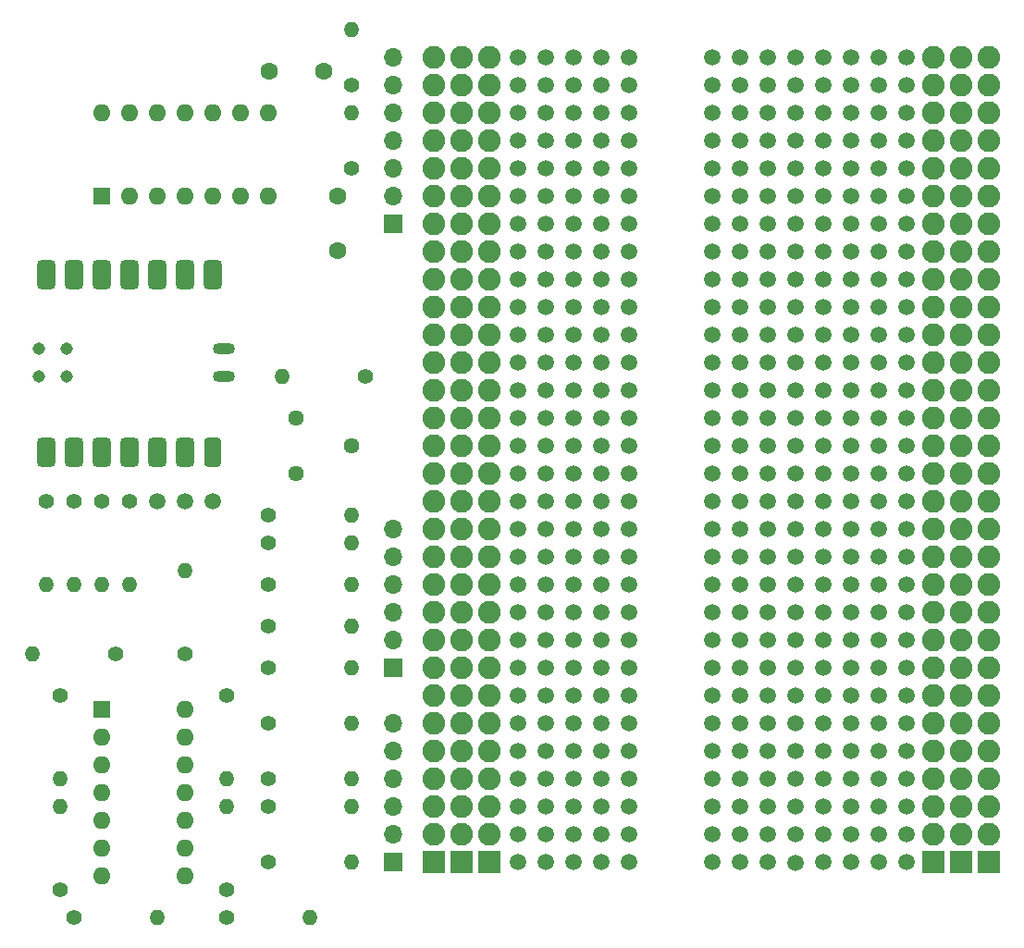
<source format=gbr>
%TF.GenerationSoftware,KiCad,Pcbnew,7.0.7*%
%TF.CreationDate,2024-05-24T10:23:49-04:00*%
%TF.ProjectId,xiao_Breadboard_r1,7869616f-5f42-4726-9561-64626f617264,rev?*%
%TF.SameCoordinates,Original*%
%TF.FileFunction,Soldermask,Top*%
%TF.FilePolarity,Negative*%
%FSLAX46Y46*%
G04 Gerber Fmt 4.6, Leading zero omitted, Abs format (unit mm)*
G04 Created by KiCad (PCBNEW 7.0.7) date 2024-05-24 10:23:49*
%MOMM*%
%LPD*%
G01*
G04 APERTURE LIST*
G04 Aperture macros list*
%AMRoundRect*
0 Rectangle with rounded corners*
0 $1 Rounding radius*
0 $2 $3 $4 $5 $6 $7 $8 $9 X,Y pos of 4 corners*
0 Add a 4 corners polygon primitive as box body*
4,1,4,$2,$3,$4,$5,$6,$7,$8,$9,$2,$3,0*
0 Add four circle primitives for the rounded corners*
1,1,$1+$1,$2,$3*
1,1,$1+$1,$4,$5*
1,1,$1+$1,$6,$7*
1,1,$1+$1,$8,$9*
0 Add four rect primitives between the rounded corners*
20,1,$1+$1,$2,$3,$4,$5,0*
20,1,$1+$1,$4,$5,$6,$7,0*
20,1,$1+$1,$6,$7,$8,$9,0*
20,1,$1+$1,$8,$9,$2,$3,0*%
G04 Aperture macros list end*
%ADD10C,1.500000*%
%ADD11C,1.440000*%
%ADD12C,1.400000*%
%ADD13O,1.400000X1.400000*%
%ADD14RoundRect,0.101600X0.939800X0.939800X-0.939800X0.939800X-0.939800X-0.939800X0.939800X-0.939800X0*%
%ADD15C,2.082800*%
%ADD16R,1.600000X1.600000*%
%ADD17O,1.600000X1.600000*%
%ADD18RoundRect,0.425000X0.425000X-0.925000X0.425000X0.925000X-0.425000X0.925000X-0.425000X-0.925000X0*%
%ADD19RoundRect,0.400000X0.400000X-0.950000X0.400000X0.950000X-0.400000X0.950000X-0.400000X-0.950000X0*%
%ADD20O,2.032000X1.016000*%
%ADD21C,1.143000*%
%ADD22C,1.600000*%
%ADD23R,1.700000X1.700000*%
%ADD24O,1.700000X1.700000*%
G04 APERTURE END LIST*
D10*
%TO.C,TP393*%
X172720000Y-140970000D03*
%TD*%
%TO.C,TP392*%
X175260000Y-140970000D03*
%TD*%
%TO.C,TP391*%
X177800000Y-140970000D03*
%TD*%
%TO.C,TP390*%
X177800000Y-138430000D03*
%TD*%
%TO.C,TP389*%
X175260000Y-138430000D03*
%TD*%
%TO.C,TP388*%
X172720000Y-138430000D03*
%TD*%
%TO.C,TP387*%
X177800000Y-135890000D03*
%TD*%
%TO.C,TP386*%
X175260000Y-135890000D03*
%TD*%
%TO.C,TP385*%
X172720000Y-135890000D03*
%TD*%
%TO.C,TP384*%
X177800000Y-133350000D03*
%TD*%
%TO.C,TP383*%
X175260000Y-133350000D03*
%TD*%
%TO.C,TP382*%
X172720000Y-133350000D03*
%TD*%
%TO.C,TP381*%
X177800000Y-130810000D03*
%TD*%
%TO.C,TP380*%
X175260000Y-130810000D03*
%TD*%
%TO.C,TP379*%
X172720000Y-130810000D03*
%TD*%
%TO.C,TP378*%
X177800000Y-128270000D03*
%TD*%
%TO.C,TP377*%
X175260000Y-128270000D03*
%TD*%
%TO.C,TP376*%
X172720000Y-128270000D03*
%TD*%
%TO.C,TP375*%
X177800000Y-125730000D03*
%TD*%
%TO.C,TP374*%
X175260000Y-125730000D03*
%TD*%
%TO.C,TP373*%
X172720000Y-125730000D03*
%TD*%
%TO.C,TP372*%
X177800000Y-123190000D03*
%TD*%
%TO.C,TP371*%
X175260000Y-123190000D03*
%TD*%
%TO.C,TP370*%
X172720000Y-123190000D03*
%TD*%
%TO.C,TP369*%
X177800000Y-120650000D03*
%TD*%
%TO.C,TP368*%
X175260000Y-120650000D03*
%TD*%
%TO.C,TP367*%
X172720000Y-120650000D03*
%TD*%
%TO.C,TP366*%
X177800000Y-118110000D03*
%TD*%
%TO.C,TP365*%
X175260000Y-118110000D03*
%TD*%
%TO.C,TP364*%
X172720000Y-118110000D03*
%TD*%
%TO.C,TP363*%
X177800000Y-115570000D03*
%TD*%
%TO.C,TP362*%
X175260000Y-115570000D03*
%TD*%
%TO.C,TP361*%
X172720000Y-115570000D03*
%TD*%
%TO.C,TP360*%
X177800000Y-113030000D03*
%TD*%
%TO.C,TP359*%
X175260000Y-113030000D03*
%TD*%
%TO.C,TP358*%
X172720000Y-113030000D03*
%TD*%
%TO.C,TP357*%
X177800000Y-110490000D03*
%TD*%
%TO.C,TP356*%
X175260000Y-110490000D03*
%TD*%
%TO.C,TP355*%
X172720000Y-110490000D03*
%TD*%
%TO.C,TP354*%
X177800000Y-107950000D03*
%TD*%
%TO.C,TP353*%
X175260000Y-107950000D03*
%TD*%
%TO.C,TP352*%
X172720000Y-107950000D03*
%TD*%
%TO.C,TP351*%
X177800000Y-105410000D03*
%TD*%
%TO.C,TP350*%
X175260000Y-105410000D03*
%TD*%
%TO.C,TP349*%
X172720000Y-105410000D03*
%TD*%
%TO.C,TP348*%
X175260000Y-80010000D03*
%TD*%
%TO.C,TP347*%
X177800000Y-80010000D03*
%TD*%
%TO.C,TP346*%
X177800000Y-102870000D03*
%TD*%
%TO.C,TP345*%
X175260000Y-102870000D03*
%TD*%
%TO.C,TP344*%
X172720000Y-102870000D03*
%TD*%
%TO.C,TP343*%
X177800000Y-100330000D03*
%TD*%
%TO.C,TP342*%
X175260000Y-100330000D03*
%TD*%
%TO.C,TP341*%
X172720000Y-100330000D03*
%TD*%
%TO.C,TP340*%
X177800000Y-97790000D03*
%TD*%
%TO.C,TP339*%
X175260000Y-97790000D03*
%TD*%
%TO.C,TP338*%
X172720000Y-97790000D03*
%TD*%
%TO.C,TP337*%
X177800000Y-95250000D03*
%TD*%
%TO.C,TP336*%
X175260000Y-95250000D03*
%TD*%
%TO.C,TP335*%
X172720000Y-95250000D03*
%TD*%
%TO.C,TP334*%
X177800000Y-69850000D03*
%TD*%
%TO.C,TP333*%
X175260000Y-69850000D03*
%TD*%
%TO.C,TP332*%
X177800000Y-92710000D03*
%TD*%
%TO.C,TP331*%
X175260000Y-92710000D03*
%TD*%
%TO.C,TP330*%
X172720000Y-92710000D03*
%TD*%
%TO.C,TP329*%
X177800000Y-90170000D03*
%TD*%
%TO.C,TP328*%
X175260000Y-90170000D03*
%TD*%
%TO.C,TP327*%
X172720000Y-90170000D03*
%TD*%
%TO.C,TP326*%
X177800000Y-87630000D03*
%TD*%
%TO.C,TP325*%
X175260000Y-87630000D03*
%TD*%
%TO.C,TP324*%
X172720000Y-87630000D03*
%TD*%
%TO.C,TP323*%
X177800000Y-85090000D03*
%TD*%
%TO.C,TP322*%
X175260000Y-85090000D03*
%TD*%
%TO.C,TP321*%
X172720000Y-85090000D03*
%TD*%
%TO.C,TP320*%
X177800000Y-82550000D03*
%TD*%
%TO.C,TP319*%
X175260000Y-82550000D03*
%TD*%
%TO.C,TP318*%
X172720000Y-82550000D03*
%TD*%
%TO.C,TP317*%
X172720000Y-80010000D03*
%TD*%
%TO.C,TP316*%
X177800000Y-77470000D03*
%TD*%
%TO.C,TP315*%
X175260000Y-77470000D03*
%TD*%
%TO.C,TP314*%
X172720000Y-77470000D03*
%TD*%
%TO.C,TP313*%
X177800000Y-74930000D03*
%TD*%
%TO.C,TP312*%
X175260000Y-74930000D03*
%TD*%
%TO.C,TP311*%
X172720000Y-74930000D03*
%TD*%
%TO.C,TP310*%
X177800000Y-72390000D03*
%TD*%
%TO.C,TP309*%
X175260000Y-72390000D03*
%TD*%
%TO.C,TP308*%
X172720000Y-72390000D03*
%TD*%
%TO.C,TP307*%
X172720000Y-69850000D03*
%TD*%
%TO.C,TP306*%
X177800000Y-67310000D03*
%TD*%
%TO.C,TP305*%
X175260000Y-67310000D03*
%TD*%
%TO.C,TP304*%
X172720000Y-67310000D03*
%TD*%
%TO.C,TP204*%
X160020000Y-92710000D03*
%TD*%
%TO.C,TP31*%
X147320000Y-80010000D03*
%TD*%
%TO.C,TP53*%
X152400000Y-90170000D03*
%TD*%
%TO.C,TP104*%
X142240000Y-118110000D03*
%TD*%
%TO.C,TP195*%
X162560000Y-87630000D03*
%TD*%
%TO.C,TP93*%
X152400000Y-105410000D03*
%TD*%
%TO.C,TP106*%
X147320000Y-118110000D03*
%TD*%
%TO.C,TP259*%
X160020000Y-120650000D03*
%TD*%
%TO.C,TP152*%
X149860000Y-140970000D03*
%TD*%
%TO.C,TP27*%
X149860000Y-77470000D03*
%TD*%
D11*
%TO.C,RV1*%
X121920000Y-105410000D03*
X127000000Y-102870000D03*
X121920000Y-100330000D03*
%TD*%
D10*
%TO.C,TP214*%
X160020000Y-97790000D03*
%TD*%
%TO.C,TP276*%
X165100000Y-128270000D03*
%TD*%
%TO.C,TP130*%
X144780000Y-133350000D03*
%TD*%
%TO.C,TP52*%
X149860000Y-90170000D03*
%TD*%
%TO.C,TP279*%
X160020000Y-130810000D03*
%TD*%
%TO.C,TP12*%
X149860000Y-69850000D03*
%TD*%
%TO.C,TP236*%
X165100000Y-107950000D03*
%TD*%
%TO.C,TP292*%
X167640000Y-135890000D03*
%TD*%
%TO.C,TP47*%
X149860000Y-87630000D03*
%TD*%
%TO.C,TP123*%
X152400000Y-125730000D03*
%TD*%
%TO.C,TP240*%
X162560000Y-110490000D03*
%TD*%
%TO.C,TP61*%
X147320000Y-95250000D03*
%TD*%
%TO.C,TP145*%
X144780000Y-138430000D03*
%TD*%
%TO.C,TP58*%
X152400000Y-92710000D03*
%TD*%
%TO.C,TP175*%
X162560000Y-77470000D03*
%TD*%
%TO.C,TP264*%
X167640000Y-123190000D03*
%TD*%
%TO.C,TP54*%
X142240000Y-92710000D03*
%TD*%
%TO.C,TP246*%
X165100000Y-113030000D03*
%TD*%
%TO.C,TP261*%
X165100000Y-120650000D03*
%TD*%
%TO.C,TP44*%
X142240000Y-87630000D03*
%TD*%
%TO.C,TP86*%
X147320000Y-107950000D03*
%TD*%
%TO.C,TP111*%
X147320000Y-120650000D03*
%TD*%
%TO.C,TP129*%
X142240000Y-133350000D03*
%TD*%
%TO.C,TP97*%
X149860000Y-113030000D03*
%TD*%
%TO.C,TP80*%
X149860000Y-110490000D03*
%TD*%
%TO.C,TP281*%
X165100000Y-130810000D03*
%TD*%
%TO.C,TP65*%
X144780000Y-97790000D03*
%TD*%
%TO.C,TP174*%
X160020000Y-77470000D03*
%TD*%
%TO.C,TP45*%
X144780000Y-87630000D03*
%TD*%
%TO.C,TP199*%
X160020000Y-90170000D03*
%TD*%
%TO.C,TP134*%
X142240000Y-135890000D03*
%TD*%
%TO.C,TP62*%
X149860000Y-95250000D03*
%TD*%
D12*
%TO.C,R21*%
X104140000Y-107950000D03*
D13*
X104140000Y-115570000D03*
%TD*%
D10*
%TO.C,TP159*%
X160020000Y-69850000D03*
%TD*%
%TO.C,TP158*%
X170180000Y-67310000D03*
%TD*%
%TO.C,TP202*%
X167640000Y-90170000D03*
%TD*%
%TO.C,TP283*%
X170180000Y-130810000D03*
%TD*%
%TO.C,TP209*%
X160020000Y-95250000D03*
%TD*%
%TO.C,TP238*%
X160020000Y-107950000D03*
%TD*%
%TO.C,TP256*%
X165100000Y-118110000D03*
%TD*%
%TO.C,TP293*%
X170180000Y-135890000D03*
%TD*%
%TO.C,TP116*%
X147320000Y-123190000D03*
%TD*%
%TO.C,TP228*%
X170180000Y-102870000D03*
%TD*%
%TO.C,TP81*%
X147320000Y-110490000D03*
%TD*%
D14*
%TO.C,JP8*%
X185331100Y-140970000D03*
D15*
X185331100Y-138430000D03*
X185331100Y-135890000D03*
X185331100Y-133350000D03*
X185331100Y-130810000D03*
X185331100Y-128270000D03*
X185331100Y-125730000D03*
X185331100Y-123190000D03*
X185331100Y-120650000D03*
X185331100Y-118110000D03*
X185331100Y-115570000D03*
X185331100Y-113030000D03*
X185331100Y-110490000D03*
X185331100Y-107950000D03*
X185331100Y-105410000D03*
X185331100Y-102870000D03*
X185331100Y-100330000D03*
X185331100Y-97790000D03*
X185331100Y-95250000D03*
X185331100Y-92710000D03*
X185331100Y-90170000D03*
X185331100Y-87630000D03*
X185331100Y-85090000D03*
X185331100Y-82550000D03*
X185331100Y-80010000D03*
X185331100Y-77470000D03*
X185331100Y-74930000D03*
X185331100Y-72390000D03*
X185331100Y-69850000D03*
X185331100Y-67310000D03*
%TD*%
D10*
%TO.C,TP118*%
X152400000Y-123190000D03*
%TD*%
D16*
%TO.C,U1*%
X104140000Y-127000000D03*
D17*
X104140000Y-129540000D03*
X104140000Y-132080000D03*
X104140000Y-134620000D03*
X104140000Y-137160000D03*
X104140000Y-139700000D03*
X104140000Y-142240000D03*
X111760000Y-142240000D03*
X111760000Y-139700000D03*
X111760000Y-137160000D03*
X111760000Y-134620000D03*
X111760000Y-132080000D03*
X111760000Y-129540000D03*
X111760000Y-127000000D03*
%TD*%
D10*
%TO.C,TP84*%
X142240000Y-107950000D03*
%TD*%
%TO.C,TP288*%
X170180000Y-133350000D03*
%TD*%
%TO.C,TP249*%
X160020000Y-115570000D03*
%TD*%
%TO.C,TP272*%
X167640000Y-125730000D03*
%TD*%
%TO.C,TP99*%
X142240000Y-115570000D03*
%TD*%
%TO.C,TP192*%
X167640000Y-85090000D03*
%TD*%
%TO.C,TP22*%
X149860000Y-74930000D03*
%TD*%
%TO.C,TP75*%
X144780000Y-102870000D03*
%TD*%
%TO.C,TP168*%
X170180000Y-72390000D03*
%TD*%
%TO.C,TP198*%
X170180000Y-87630000D03*
%TD*%
%TO.C,TP155*%
X162560000Y-67310000D03*
%TD*%
D18*
%TO.C,U3*%
X99060000Y-103448803D03*
X101600000Y-103448803D03*
X104140000Y-103448803D03*
X106680000Y-103448803D03*
X109220000Y-103448803D03*
X111760000Y-103448803D03*
D19*
X114300000Y-103448803D03*
D18*
X114300000Y-87208803D03*
X111760000Y-87208803D03*
X109220000Y-87208803D03*
X106680000Y-87208803D03*
X104140000Y-87208803D03*
X101600000Y-87208803D03*
X99060000Y-87208803D03*
D20*
X115377820Y-96518803D03*
X115377820Y-93968803D03*
D21*
X98373633Y-96520000D03*
X98373633Y-93980000D03*
X100913633Y-96520000D03*
X100913633Y-93980000D03*
%TD*%
D10*
%TO.C,TP30*%
X144780000Y-80010000D03*
%TD*%
%TO.C,TP215*%
X162560000Y-97790000D03*
%TD*%
%TO.C,TP242*%
X167640000Y-110490000D03*
%TD*%
%TO.C,TP49*%
X142240000Y-90170000D03*
%TD*%
%TO.C,TP82*%
X144780000Y-110490000D03*
%TD*%
D12*
%TO.C,R7*%
X119380000Y-128270000D03*
D13*
X127000000Y-128270000D03*
%TD*%
D10*
%TO.C,TP162*%
X167640000Y-69850000D03*
%TD*%
D22*
%TO.C,C2*%
X125730000Y-80010000D03*
X125730000Y-85010000D03*
%TD*%
D10*
%TO.C,TP26*%
X147320000Y-77470000D03*
%TD*%
%TO.C,TP88*%
X152400000Y-107950000D03*
%TD*%
%TO.C,TP5*%
X144780000Y-67310000D03*
%TD*%
%TO.C,TP18*%
X152400000Y-72390000D03*
%TD*%
%TO.C,TP36*%
X147320000Y-82550000D03*
%TD*%
%TO.C,TP171*%
X165100000Y-74930000D03*
%TD*%
%TO.C,TP76*%
X147320000Y-102870000D03*
%TD*%
%TO.C,TP156*%
X165100000Y-67310000D03*
%TD*%
%TO.C,TP252*%
X167640000Y-115570000D03*
%TD*%
%TO.C,TP185*%
X162560000Y-82550000D03*
%TD*%
%TO.C,TP234*%
X170180000Y-107950000D03*
%TD*%
%TO.C,TP229*%
X160020000Y-105399600D03*
%TD*%
%TO.C,TP184*%
X160020000Y-82550000D03*
%TD*%
%TO.C,TP1*%
X109220000Y-107950000D03*
%TD*%
D14*
%TO.C,JP5*%
X137071100Y-140970000D03*
D15*
X137071100Y-138430000D03*
X137071100Y-135890000D03*
X137071100Y-133350000D03*
X137071100Y-130810000D03*
X137071100Y-128270000D03*
X137071100Y-125730000D03*
X137071100Y-123190000D03*
X137071100Y-120650000D03*
X137071100Y-118110000D03*
X137071100Y-115570000D03*
X137071100Y-113030000D03*
X137071100Y-110490000D03*
X137071100Y-107950000D03*
X137071100Y-105410000D03*
X137071100Y-102870000D03*
X137071100Y-100330000D03*
X137071100Y-97790000D03*
X137071100Y-95250000D03*
X137071100Y-92710000D03*
X137071100Y-90170000D03*
X137071100Y-87630000D03*
X137071100Y-85090000D03*
X137071100Y-82550000D03*
X137071100Y-80010000D03*
X137071100Y-77470000D03*
X137071100Y-74930000D03*
X137071100Y-72390000D03*
X137071100Y-69850000D03*
X137071100Y-67310000D03*
%TD*%
D10*
%TO.C,TP183*%
X170180000Y-80010000D03*
%TD*%
%TO.C,TP7*%
X149860000Y-67310000D03*
%TD*%
%TO.C,TP39*%
X142240000Y-85090000D03*
%TD*%
%TO.C,TP278*%
X170180000Y-128270000D03*
%TD*%
%TO.C,TP262*%
X167640000Y-120650000D03*
%TD*%
%TO.C,TP42*%
X149860000Y-85090000D03*
%TD*%
%TO.C,TP91*%
X147320000Y-105410000D03*
%TD*%
%TO.C,TP220*%
X162560000Y-100330000D03*
%TD*%
D23*
%TO.C,J4*%
X130810000Y-82550000D03*
D24*
X130810000Y-80010000D03*
X130810000Y-77470000D03*
X130810000Y-74930000D03*
X130810000Y-72390000D03*
X130810000Y-69850000D03*
X130810000Y-67310000D03*
%TD*%
D10*
%TO.C,TP133*%
X152400000Y-133350000D03*
%TD*%
%TO.C,TP251*%
X165100000Y-115570000D03*
%TD*%
D22*
%TO.C,C1*%
X124460000Y-68580000D03*
X119460000Y-68580000D03*
%TD*%
D10*
%TO.C,TP188*%
X170180000Y-82550000D03*
%TD*%
%TO.C,TP143*%
X152400000Y-130810000D03*
%TD*%
%TO.C,TP224*%
X160020000Y-102870000D03*
%TD*%
D12*
%TO.C,R15*%
X119380000Y-140970000D03*
D13*
X127000000Y-140970000D03*
%TD*%
D10*
%TO.C,TP161*%
X165100000Y-69850000D03*
%TD*%
%TO.C,TP16*%
X144780000Y-72390000D03*
%TD*%
%TO.C,TP67*%
X149860000Y-97790000D03*
%TD*%
D16*
%TO.C,U2*%
X104140000Y-80010000D03*
D17*
X106680000Y-80010000D03*
X109220000Y-80010000D03*
X111760000Y-80010000D03*
X114300000Y-80010000D03*
X116840000Y-80010000D03*
X119380000Y-80010000D03*
X119380000Y-72390000D03*
X116840000Y-72390000D03*
X114300000Y-72390000D03*
X111760000Y-72390000D03*
X109220000Y-72390000D03*
X106680000Y-72390000D03*
X104140000Y-72390000D03*
%TD*%
D10*
%TO.C,TP231*%
X165100000Y-105399600D03*
%TD*%
%TO.C,TP181*%
X162560000Y-80010000D03*
%TD*%
%TO.C,TP275*%
X162560000Y-128270000D03*
%TD*%
%TO.C,TP254*%
X160020000Y-118110000D03*
%TD*%
%TO.C,TP73*%
X152400000Y-100330000D03*
%TD*%
%TO.C,TP257*%
X167640000Y-118110000D03*
%TD*%
%TO.C,TP218*%
X170180000Y-97790000D03*
%TD*%
%TO.C,TP196*%
X165100000Y-87630000D03*
%TD*%
%TO.C,TP96*%
X147320000Y-113030000D03*
%TD*%
%TO.C,TP253*%
X170180000Y-115570000D03*
%TD*%
%TO.C,TP33*%
X152400000Y-80010000D03*
%TD*%
%TO.C,TP124*%
X144780000Y-128270000D03*
%TD*%
%TO.C,TP233*%
X170180000Y-105399600D03*
%TD*%
D12*
%TO.C,R22*%
X106680000Y-107950000D03*
D13*
X106680000Y-115570000D03*
%TD*%
D10*
%TO.C,TP83*%
X142240000Y-110490000D03*
%TD*%
%TO.C,TP151*%
X147320000Y-140970000D03*
%TD*%
%TO.C,TP285*%
X162560000Y-133350000D03*
%TD*%
%TO.C,TP90*%
X144780000Y-105410000D03*
%TD*%
%TO.C,TP59*%
X142240000Y-95250000D03*
%TD*%
D12*
%TO.C,R14*%
X119380000Y-123190000D03*
D13*
X127000000Y-123190000D03*
%TD*%
D10*
%TO.C,TP208*%
X170180000Y-92710000D03*
%TD*%
D12*
%TO.C,R28*%
X127000000Y-77470000D03*
D13*
X127000000Y-72390000D03*
%TD*%
D10*
%TO.C,TP101*%
X147320000Y-115570000D03*
%TD*%
%TO.C,TP127*%
X149860000Y-128270000D03*
%TD*%
%TO.C,TP190*%
X162560000Y-85090000D03*
%TD*%
%TO.C,TP294*%
X160020000Y-138430000D03*
%TD*%
%TO.C,TP265*%
X170180000Y-123190000D03*
%TD*%
%TO.C,TP105*%
X144780000Y-118110000D03*
%TD*%
%TO.C,TP112*%
X149860000Y-120650000D03*
%TD*%
%TO.C,TP241*%
X165100000Y-110490000D03*
%TD*%
%TO.C,TP77*%
X149860000Y-102870000D03*
%TD*%
%TO.C,TP126*%
X147320000Y-128270000D03*
%TD*%
D12*
%TO.C,R26*%
X105410000Y-121920000D03*
D13*
X97790000Y-121920000D03*
%TD*%
D10*
%TO.C,TP11*%
X147320000Y-69850000D03*
%TD*%
%TO.C,TP235*%
X167640000Y-107950000D03*
%TD*%
%TO.C,TP268*%
X165100000Y-123190000D03*
%TD*%
%TO.C,TP135*%
X144780000Y-135890000D03*
%TD*%
%TO.C,TP32*%
X149860000Y-80010000D03*
%TD*%
%TO.C,TP108*%
X152400000Y-118110000D03*
%TD*%
%TO.C,TP255*%
X162560000Y-118110000D03*
%TD*%
%TO.C,TP138*%
X152400000Y-135890000D03*
%TD*%
%TO.C,TP244*%
X160020000Y-113030000D03*
%TD*%
%TO.C,TP139*%
X142240000Y-130810000D03*
%TD*%
%TO.C,TP206*%
X165100000Y-92710000D03*
%TD*%
%TO.C,TP15*%
X147320000Y-72390000D03*
%TD*%
D12*
%TO.C,R16*%
X119380000Y-133350000D03*
D13*
X127000000Y-133350000D03*
%TD*%
D10*
%TO.C,TP146*%
X147320000Y-138430000D03*
%TD*%
%TO.C,TP223*%
X170180000Y-100330000D03*
%TD*%
D12*
%TO.C,R5*%
X119380000Y-135890000D03*
D13*
X127000000Y-135890000D03*
%TD*%
D10*
%TO.C,TP6*%
X147320000Y-67310000D03*
%TD*%
%TO.C,TP217*%
X167640000Y-97790000D03*
%TD*%
%TO.C,TP25*%
X144780000Y-77470000D03*
%TD*%
%TO.C,TP248*%
X170180000Y-113030000D03*
%TD*%
%TO.C,TP211*%
X165100000Y-95250000D03*
%TD*%
%TO.C,TP46*%
X147320000Y-87630000D03*
%TD*%
%TO.C,TP302*%
X167640000Y-141000000D03*
%TD*%
%TO.C,TP289*%
X160020000Y-135890000D03*
%TD*%
%TO.C,TP230*%
X162560000Y-105399600D03*
%TD*%
%TO.C,TP79*%
X152400000Y-110490000D03*
%TD*%
%TO.C,TP8*%
X152400000Y-67310000D03*
%TD*%
%TO.C,TP137*%
X149860000Y-135890000D03*
%TD*%
%TO.C,TP144*%
X142240000Y-138430000D03*
%TD*%
%TO.C,TP287*%
X167640000Y-133350000D03*
%TD*%
%TO.C,TP160*%
X162560000Y-69850000D03*
%TD*%
%TO.C,TP296*%
X165100000Y-138430000D03*
%TD*%
%TO.C,TP164*%
X160020000Y-72390000D03*
%TD*%
%TO.C,TP286*%
X165100000Y-133350000D03*
%TD*%
%TO.C,TP24*%
X142240000Y-77470000D03*
%TD*%
%TO.C,TP37*%
X149860000Y-82550000D03*
%TD*%
%TO.C,TP48*%
X152400000Y-87630000D03*
%TD*%
%TO.C,TP210*%
X162560000Y-95250000D03*
%TD*%
%TO.C,TP125*%
X142240000Y-128270000D03*
%TD*%
%TO.C,TP232*%
X167640000Y-105399600D03*
%TD*%
%TO.C,TP19*%
X142240000Y-74930000D03*
%TD*%
D23*
%TO.C,J1*%
X130810000Y-123190000D03*
D24*
X130810000Y-120650000D03*
X130810000Y-118110000D03*
X130810000Y-115570000D03*
X130810000Y-113030000D03*
X130810000Y-110490000D03*
%TD*%
D10*
%TO.C,TP176*%
X165100000Y-77470000D03*
%TD*%
%TO.C,TP55*%
X144780000Y-92710000D03*
%TD*%
%TO.C,TP87*%
X149860000Y-107950000D03*
%TD*%
%TO.C,TP115*%
X144780000Y-123190000D03*
%TD*%
%TO.C,TP167*%
X167640000Y-72390000D03*
%TD*%
%TO.C,TP140*%
X144780000Y-130810000D03*
%TD*%
%TO.C,TP17*%
X149860000Y-72390000D03*
%TD*%
%TO.C,TP149*%
X142240000Y-140970000D03*
%TD*%
%TO.C,TP226*%
X165100000Y-102870000D03*
%TD*%
%TO.C,TP201*%
X165100000Y-90170000D03*
%TD*%
%TO.C,TP191*%
X165100000Y-85090000D03*
%TD*%
%TO.C,TP178*%
X170180000Y-77470000D03*
%TD*%
%TO.C,TP78*%
X152400000Y-102870000D03*
%TD*%
%TO.C,TP260*%
X162560000Y-120650000D03*
%TD*%
%TO.C,TP267*%
X162560000Y-123190000D03*
%TD*%
%TO.C,TP193*%
X170180000Y-85090000D03*
%TD*%
%TO.C,TP284*%
X160020000Y-133350000D03*
%TD*%
%TO.C,TP142*%
X149860000Y-130810000D03*
%TD*%
%TO.C,TP10*%
X144780000Y-69850000D03*
%TD*%
%TO.C,TP270*%
X162560000Y-125730000D03*
%TD*%
%TO.C,TP222*%
X167640000Y-100330000D03*
%TD*%
%TO.C,TP35*%
X144780000Y-82550000D03*
%TD*%
%TO.C,TP34*%
X142240000Y-82550000D03*
%TD*%
%TO.C,TP120*%
X144780000Y-125730000D03*
%TD*%
D12*
%TO.C,R20*%
X101600000Y-107950000D03*
D13*
X101600000Y-115570000D03*
%TD*%
D10*
%TO.C,TP103*%
X152400000Y-115570000D03*
%TD*%
%TO.C,TP186*%
X165100000Y-82550000D03*
%TD*%
%TO.C,TP122*%
X149860000Y-125730000D03*
%TD*%
%TO.C,TP173*%
X170180000Y-74930000D03*
%TD*%
%TO.C,TP200*%
X162560000Y-90170000D03*
%TD*%
%TO.C,TP68*%
X152400000Y-97790000D03*
%TD*%
D12*
%TO.C,R10*%
X100330000Y-143510000D03*
D13*
X100330000Y-135890000D03*
%TD*%
D10*
%TO.C,TP117*%
X149860000Y-123190000D03*
%TD*%
%TO.C,TP250*%
X162560000Y-115570000D03*
%TD*%
%TO.C,TP132*%
X149860000Y-133350000D03*
%TD*%
%TO.C,TP107*%
X149860000Y-118110000D03*
%TD*%
%TO.C,TP273*%
X170180000Y-125730000D03*
%TD*%
%TO.C,TP100*%
X144780000Y-115570000D03*
%TD*%
%TO.C,TP9*%
X142240000Y-69850000D03*
%TD*%
%TO.C,TP271*%
X165100000Y-125730000D03*
%TD*%
%TO.C,TP147*%
X149860000Y-138430000D03*
%TD*%
%TO.C,TP148*%
X152400000Y-138430000D03*
%TD*%
D12*
%TO.C,R13*%
X119380000Y-115570000D03*
D13*
X127000000Y-115570000D03*
%TD*%
D10*
%TO.C,TP187*%
X167640000Y-82550000D03*
%TD*%
%TO.C,TP157*%
X167640000Y-67310000D03*
%TD*%
%TO.C,TP205*%
X162560000Y-92710000D03*
%TD*%
%TO.C,TP72*%
X149860000Y-100330000D03*
%TD*%
%TO.C,TP64*%
X142240000Y-97790000D03*
%TD*%
%TO.C,TP297*%
X167640000Y-138430000D03*
%TD*%
%TO.C,TP56*%
X147320000Y-92710000D03*
%TD*%
%TO.C,TP29*%
X142240000Y-80010000D03*
%TD*%
D14*
%TO.C,JP6*%
X134531100Y-140970000D03*
D15*
X134531100Y-138430000D03*
X134531100Y-135890000D03*
X134531100Y-133350000D03*
X134531100Y-130810000D03*
X134531100Y-128270000D03*
X134531100Y-125730000D03*
X134531100Y-123190000D03*
X134531100Y-120650000D03*
X134531100Y-118110000D03*
X134531100Y-115570000D03*
X134531100Y-113030000D03*
X134531100Y-110490000D03*
X134531100Y-107950000D03*
X134531100Y-105410000D03*
X134531100Y-102870000D03*
X134531100Y-100330000D03*
X134531100Y-97790000D03*
X134531100Y-95250000D03*
X134531100Y-92710000D03*
X134531100Y-90170000D03*
X134531100Y-87630000D03*
X134531100Y-85090000D03*
X134531100Y-82550000D03*
X134531100Y-80010000D03*
X134531100Y-77470000D03*
X134531100Y-74930000D03*
X134531100Y-72390000D03*
X134531100Y-69850000D03*
X134531100Y-67310000D03*
%TD*%
D10*
%TO.C,TP291*%
X165100000Y-135890000D03*
%TD*%
%TO.C,TP170*%
X162560000Y-74930000D03*
%TD*%
%TO.C,TP150*%
X144780000Y-140970000D03*
%TD*%
%TO.C,TP71*%
X147320000Y-100330000D03*
%TD*%
D12*
%TO.C,R19*%
X99060000Y-107950000D03*
D13*
X99060000Y-115570000D03*
%TD*%
D12*
%TO.C,R3*%
X119380000Y-119380000D03*
D13*
X127000000Y-119380000D03*
%TD*%
D10*
%TO.C,TP85*%
X144780000Y-107950000D03*
%TD*%
%TO.C,TP221*%
X165100000Y-100330000D03*
%TD*%
%TO.C,TP163*%
X170180000Y-69850000D03*
%TD*%
D14*
%TO.C,JP2*%
X180251100Y-140970000D03*
D15*
X180251100Y-138430000D03*
X180251100Y-135890000D03*
X180251100Y-133350000D03*
X180251100Y-130810000D03*
X180251100Y-128270000D03*
X180251100Y-125730000D03*
X180251100Y-123190000D03*
X180251100Y-120650000D03*
X180251100Y-118110000D03*
X180251100Y-115570000D03*
X180251100Y-113030000D03*
X180251100Y-110490000D03*
X180251100Y-107950000D03*
X180251100Y-105410000D03*
X180251100Y-102870000D03*
X180251100Y-100330000D03*
X180251100Y-97790000D03*
X180251100Y-95250000D03*
X180251100Y-92710000D03*
X180251100Y-90170000D03*
X180251100Y-87630000D03*
X180251100Y-85090000D03*
X180251100Y-82550000D03*
X180251100Y-80010000D03*
X180251100Y-77470000D03*
X180251100Y-74930000D03*
X180251100Y-72390000D03*
X180251100Y-69850000D03*
X180251100Y-67310000D03*
%TD*%
D10*
%TO.C,TP3*%
X114300000Y-107950000D03*
%TD*%
%TO.C,TP131*%
X147320000Y-133350000D03*
%TD*%
%TO.C,TP51*%
X147320000Y-90170000D03*
%TD*%
%TO.C,TP197*%
X167640000Y-87630000D03*
%TD*%
D12*
%TO.C,R18*%
X128270000Y-96520000D03*
D13*
X120650000Y-96520000D03*
%TD*%
D10*
%TO.C,TP212*%
X167640000Y-95250000D03*
%TD*%
%TO.C,TP298*%
X170180000Y-138430000D03*
%TD*%
%TO.C,TP227*%
X167640000Y-102870000D03*
%TD*%
%TO.C,TP274*%
X160020000Y-128270000D03*
%TD*%
%TO.C,TP280*%
X162560000Y-130810000D03*
%TD*%
%TO.C,TP290*%
X162560000Y-135890000D03*
%TD*%
%TO.C,TP237*%
X162560000Y-107950000D03*
%TD*%
D12*
%TO.C,R12*%
X115570000Y-125730000D03*
D13*
X115570000Y-133350000D03*
%TD*%
D10*
%TO.C,TP154*%
X160020000Y-67310000D03*
%TD*%
%TO.C,TP14*%
X142240000Y-72390000D03*
%TD*%
D14*
%TO.C,JP7*%
X182791100Y-140970000D03*
D15*
X182791100Y-138430000D03*
X182791100Y-135890000D03*
X182791100Y-133350000D03*
X182791100Y-130810000D03*
X182791100Y-128270000D03*
X182791100Y-125730000D03*
X182791100Y-123190000D03*
X182791100Y-120650000D03*
X182791100Y-118110000D03*
X182791100Y-115570000D03*
X182791100Y-113030000D03*
X182791100Y-110490000D03*
X182791100Y-107950000D03*
X182791100Y-105410000D03*
X182791100Y-102870000D03*
X182791100Y-100330000D03*
X182791100Y-97790000D03*
X182791100Y-95250000D03*
X182791100Y-92710000D03*
X182791100Y-90170000D03*
X182791100Y-87630000D03*
X182791100Y-85090000D03*
X182791100Y-82550000D03*
X182791100Y-80010000D03*
X182791100Y-77470000D03*
X182791100Y-74930000D03*
X182791100Y-72390000D03*
X182791100Y-69850000D03*
X182791100Y-67310000D03*
%TD*%
D10*
%TO.C,TP92*%
X149860000Y-105410000D03*
%TD*%
%TO.C,TP303*%
X170180000Y-140970000D03*
%TD*%
%TO.C,TP23*%
X152400000Y-74930000D03*
%TD*%
%TO.C,TP166*%
X165100000Y-72390000D03*
%TD*%
%TO.C,TP43*%
X152400000Y-85090000D03*
%TD*%
D23*
%TO.C,J2*%
X130810000Y-140970000D03*
D24*
X130810000Y-138430000D03*
X130810000Y-135890000D03*
X130810000Y-133350000D03*
X130810000Y-130810000D03*
X130810000Y-128270000D03*
%TD*%
D10*
%TO.C,TP121*%
X147320000Y-125730000D03*
%TD*%
%TO.C,TP180*%
X160020000Y-80010000D03*
%TD*%
%TO.C,TP295*%
X162560000Y-138430000D03*
%TD*%
%TO.C,TP13*%
X152400000Y-69850000D03*
%TD*%
%TO.C,TP258*%
X170180000Y-118110000D03*
%TD*%
%TO.C,TP50*%
X144780000Y-90170000D03*
%TD*%
%TO.C,TP38*%
X152400000Y-82550000D03*
%TD*%
%TO.C,TP109*%
X142240000Y-120650000D03*
%TD*%
%TO.C,TP247*%
X167640000Y-113030000D03*
%TD*%
%TO.C,TP74*%
X142240000Y-102870000D03*
%TD*%
%TO.C,TP119*%
X142240000Y-125730000D03*
%TD*%
%TO.C,TP21*%
X147320000Y-74930000D03*
%TD*%
%TO.C,TP245*%
X162560000Y-113030000D03*
%TD*%
%TO.C,TP2*%
X111760000Y-107950000D03*
%TD*%
D12*
%TO.C,R24*%
X115570000Y-146050000D03*
D13*
X123190000Y-146050000D03*
%TD*%
D12*
%TO.C,R23*%
X111760000Y-121920000D03*
D13*
X111760000Y-114300000D03*
%TD*%
D10*
%TO.C,TP169*%
X160020000Y-74930000D03*
%TD*%
%TO.C,TP66*%
X147320000Y-97790000D03*
%TD*%
%TO.C,TP301*%
X165100000Y-140970000D03*
%TD*%
%TO.C,TP94*%
X142240000Y-113030000D03*
%TD*%
%TO.C,TP102*%
X149860000Y-115570000D03*
%TD*%
%TO.C,TP95*%
X144780000Y-113030000D03*
%TD*%
%TO.C,TP4*%
X142240000Y-67310000D03*
%TD*%
%TO.C,TP69*%
X142240000Y-100330000D03*
%TD*%
%TO.C,TP57*%
X149860000Y-92710000D03*
%TD*%
%TO.C,TP266*%
X160020000Y-123190000D03*
%TD*%
%TO.C,TP225*%
X162560000Y-102870000D03*
%TD*%
D14*
%TO.C,JP9*%
X139611100Y-140970000D03*
D15*
X139611100Y-138430000D03*
X139611100Y-135890000D03*
X139611100Y-133350000D03*
X139611100Y-130810000D03*
X139611100Y-128270000D03*
X139611100Y-125730000D03*
X139611100Y-123190000D03*
X139611100Y-120650000D03*
X139611100Y-118110000D03*
X139611100Y-115570000D03*
X139611100Y-113030000D03*
X139611100Y-110490000D03*
X139611100Y-107950000D03*
X139611100Y-105410000D03*
X139611100Y-102870000D03*
X139611100Y-100330000D03*
X139611100Y-97790000D03*
X139611100Y-95250000D03*
X139611100Y-92710000D03*
X139611100Y-90170000D03*
X139611100Y-87630000D03*
X139611100Y-85090000D03*
X139611100Y-82550000D03*
X139611100Y-80010000D03*
X139611100Y-77470000D03*
X139611100Y-74930000D03*
X139611100Y-72390000D03*
X139611100Y-69850000D03*
X139611100Y-67310000D03*
%TD*%
D10*
%TO.C,TP172*%
X167640000Y-74930000D03*
%TD*%
%TO.C,TP282*%
X167640000Y-130810000D03*
%TD*%
%TO.C,TP136*%
X147320000Y-135890000D03*
%TD*%
%TO.C,TP28*%
X152400000Y-77470000D03*
%TD*%
%TO.C,TP110*%
X144780000Y-120650000D03*
%TD*%
D12*
%TO.C,R25*%
X101600000Y-146050000D03*
D13*
X109220000Y-146050000D03*
%TD*%
D12*
%TO.C,R9*%
X100330000Y-125730000D03*
D13*
X100330000Y-133350000D03*
%TD*%
D10*
%TO.C,TP300*%
X162560000Y-140970000D03*
%TD*%
%TO.C,TP20*%
X144780000Y-74930000D03*
%TD*%
%TO.C,TP207*%
X167640000Y-92710000D03*
%TD*%
%TO.C,TP277*%
X167640000Y-128270000D03*
%TD*%
%TO.C,TP239*%
X160020000Y-110490000D03*
%TD*%
%TO.C,TP203*%
X170180000Y-90170000D03*
%TD*%
%TO.C,TP219*%
X160020000Y-100330000D03*
%TD*%
D12*
%TO.C,R11*%
X115570000Y-143510000D03*
D13*
X115570000Y-135890000D03*
%TD*%
D10*
%TO.C,TP177*%
X167640000Y-77470000D03*
%TD*%
%TO.C,TP182*%
X167640000Y-80010000D03*
%TD*%
%TO.C,TP299*%
X160020000Y-140970000D03*
%TD*%
%TO.C,TP114*%
X142240000Y-123190000D03*
%TD*%
%TO.C,TP89*%
X142240000Y-105410000D03*
%TD*%
D12*
%TO.C,R17*%
X119380000Y-109220000D03*
D13*
X127000000Y-109220000D03*
%TD*%
D10*
%TO.C,TP153*%
X152400000Y-140970000D03*
%TD*%
%TO.C,TP216*%
X165100000Y-97790000D03*
%TD*%
%TO.C,TP141*%
X147320000Y-130810000D03*
%TD*%
%TO.C,TP213*%
X170180000Y-95250000D03*
%TD*%
%TO.C,TP63*%
X152400000Y-95250000D03*
%TD*%
%TO.C,TP113*%
X152400000Y-120650000D03*
%TD*%
%TO.C,TP128*%
X152400000Y-128270000D03*
%TD*%
%TO.C,TP40*%
X144780000Y-85090000D03*
%TD*%
%TO.C,TP269*%
X160020000Y-125730000D03*
%TD*%
D12*
%TO.C,R27*%
X127000000Y-69850000D03*
D13*
X127000000Y-64770000D03*
%TD*%
D10*
%TO.C,TP60*%
X144780000Y-95250000D03*
%TD*%
D12*
%TO.C,R1*%
X119380000Y-111760000D03*
D13*
X127000000Y-111760000D03*
%TD*%
D10*
%TO.C,TP70*%
X144780000Y-100330000D03*
%TD*%
%TO.C,TP165*%
X162560000Y-72390000D03*
%TD*%
%TO.C,TP243*%
X170180000Y-110490000D03*
%TD*%
%TO.C,TP194*%
X160020000Y-87630000D03*
%TD*%
%TO.C,TP179*%
X165100000Y-80010000D03*
%TD*%
%TO.C,TP189*%
X160020000Y-85090000D03*
%TD*%
%TO.C,TP98*%
X152400000Y-113030000D03*
%TD*%
%TO.C,TP41*%
X147320000Y-85090000D03*
%TD*%
%TO.C,TP263*%
X170180000Y-120650000D03*
%TD*%
M02*

</source>
